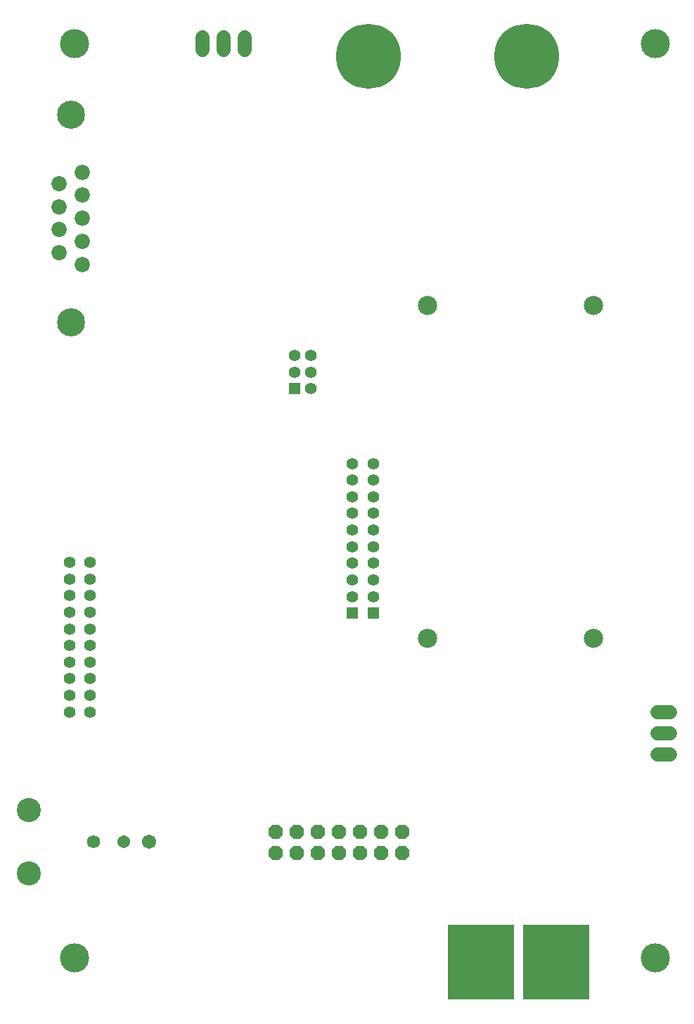
<source format=gbs>
G75*
G70*
%OFA0B0*%
%FSLAX24Y24*%
%IPPOS*%
%LPD*%
%AMOC8*
5,1,8,0,0,1.08239X$1,22.5*
%
%ADD10C,0.0907*%
%ADD11R,0.3150X0.3543*%
%ADD12C,0.1379*%
%ADD13C,0.0671*%
%ADD14C,0.0552*%
%ADD15R,0.0552X0.0552*%
%ADD16C,0.3080*%
%ADD17C,0.1143*%
%ADD18C,0.0623*%
%ADD19OC8,0.0680*%
%ADD20C,0.0724*%
%ADD21C,0.1332*%
%ADD22C,0.0680*%
%ADD23C,0.0606*%
D10*
X025961Y017281D03*
X033835Y017281D03*
X033835Y033029D03*
X025961Y033029D03*
D11*
X028520Y001927D03*
X032063Y001927D03*
D12*
X036787Y002123D03*
X009228Y002123D03*
X009228Y045431D03*
X036787Y045431D03*
D13*
X012772Y007635D03*
D14*
X009984Y013777D03*
X009984Y014564D03*
X009984Y015352D03*
X009984Y016139D03*
X009984Y016927D03*
X009984Y017714D03*
X009984Y018501D03*
X009984Y019289D03*
X009984Y020076D03*
X009984Y020864D03*
X009000Y020864D03*
X009000Y020076D03*
X009000Y019289D03*
X009000Y018501D03*
X009000Y017714D03*
X009000Y016927D03*
X009000Y016139D03*
X009000Y015352D03*
X009000Y014564D03*
X009000Y013777D03*
X020449Y029092D03*
X020449Y029879D03*
X019661Y029879D03*
X019661Y030667D03*
X020449Y030667D03*
X022417Y025549D03*
X022417Y024761D03*
X022417Y023974D03*
X022417Y023186D03*
X022417Y022399D03*
X022417Y021612D03*
X022417Y020824D03*
X022417Y020037D03*
X022417Y019249D03*
X023402Y019249D03*
X023402Y020037D03*
X023402Y020824D03*
X023402Y021612D03*
X023402Y022399D03*
X023402Y023186D03*
X023402Y023974D03*
X023402Y024761D03*
X023402Y025549D03*
D15*
X019661Y029092D03*
X022417Y018462D03*
X023402Y018462D03*
D16*
X023185Y044820D03*
X030685Y044820D03*
D17*
X007063Y006139D03*
X007063Y009131D03*
D18*
X010134Y007635D03*
D19*
X018791Y008092D03*
X019791Y008092D03*
X019791Y007092D03*
X018791Y007092D03*
X020791Y007092D03*
X021791Y007092D03*
X021791Y008092D03*
X020791Y008092D03*
X022791Y008092D03*
X022791Y007092D03*
X023791Y007092D03*
X024791Y007092D03*
X024791Y008092D03*
X023791Y008092D03*
D20*
X009622Y034982D03*
X009622Y036072D03*
X009622Y037163D03*
X009622Y038253D03*
X009622Y039344D03*
X008504Y038799D03*
X008504Y037708D03*
X008504Y036618D03*
X008504Y035527D03*
D21*
X009063Y032244D03*
X009063Y042082D03*
D22*
X015315Y045131D02*
X015315Y045731D01*
X016315Y045731D02*
X016315Y045131D01*
X017315Y045131D02*
X017315Y045731D01*
X036881Y013753D02*
X037481Y013753D01*
X037481Y012753D02*
X036881Y012753D01*
X036881Y011753D02*
X037481Y011753D01*
D23*
X011591Y007635D03*
M02*

</source>
